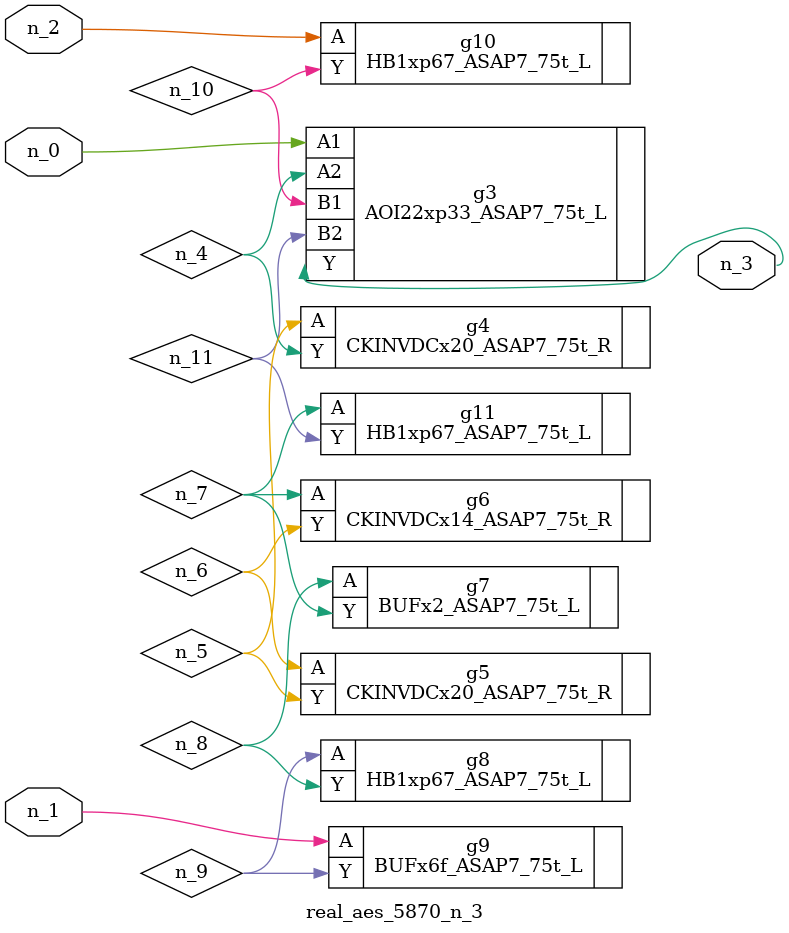
<source format=v>
module real_aes_5870_n_3 (n_0, n_2, n_1, n_3);
input n_0;
input n_2;
input n_1;
output n_3;
wire n_4;
wire n_5;
wire n_7;
wire n_8;
wire n_6;
wire n_9;
wire n_10;
wire n_11;
AOI22xp33_ASAP7_75t_L g3 ( .A1(n_0), .A2(n_4), .B1(n_10), .B2(n_11), .Y(n_3) );
BUFx6f_ASAP7_75t_L g9 ( .A(n_1), .Y(n_9) );
HB1xp67_ASAP7_75t_L g10 ( .A(n_2), .Y(n_10) );
CKINVDCx20_ASAP7_75t_R g4 ( .A(n_5), .Y(n_4) );
CKINVDCx20_ASAP7_75t_R g5 ( .A(n_6), .Y(n_5) );
CKINVDCx14_ASAP7_75t_R g6 ( .A(n_7), .Y(n_6) );
HB1xp67_ASAP7_75t_L g11 ( .A(n_7), .Y(n_11) );
BUFx2_ASAP7_75t_L g7 ( .A(n_8), .Y(n_7) );
HB1xp67_ASAP7_75t_L g8 ( .A(n_9), .Y(n_8) );
endmodule
</source>
